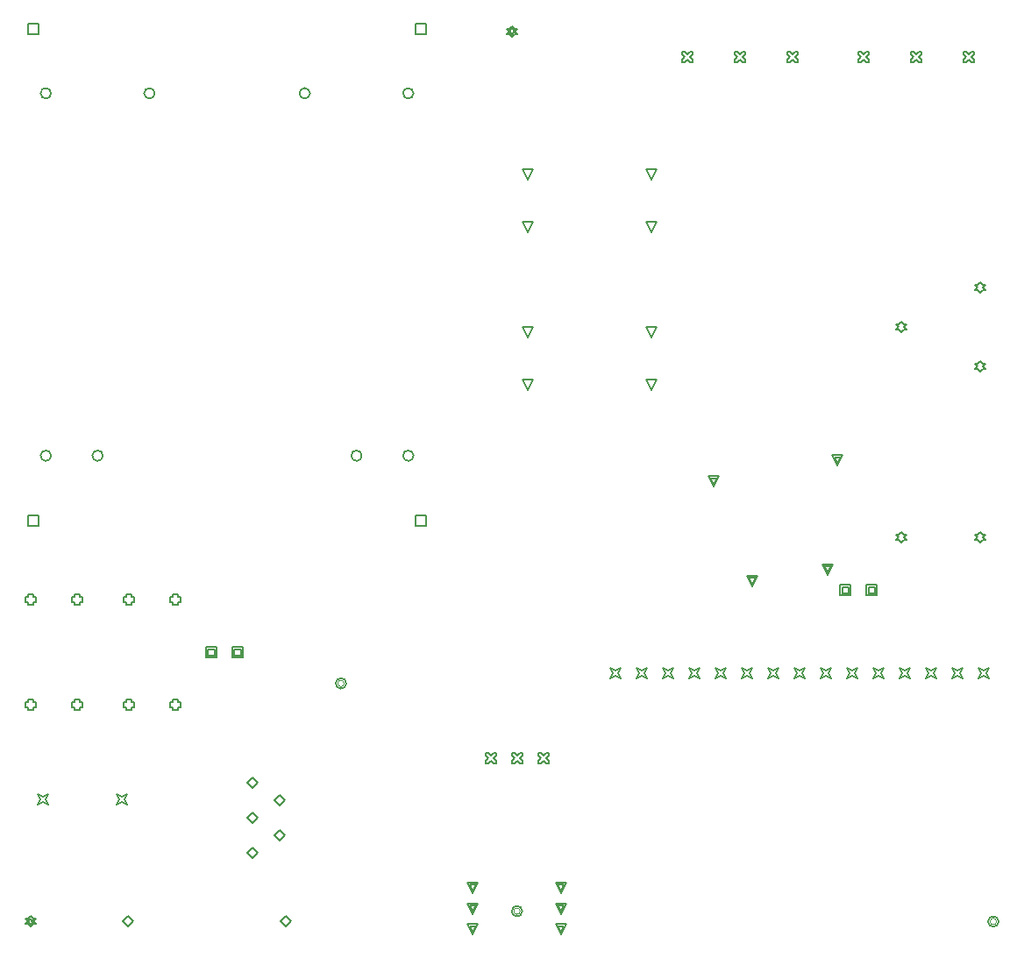
<source format=gbr>
%TF.GenerationSoftware,Altium Limited,Altium Designer,24.0.1 (36)*%
G04 Layer_Color=2752767*
%FSLAX45Y45*%
%MOMM*%
%TF.SameCoordinates,1548FFD4-C5F0-4C99-8D9D-CADF44B10A7D*%
%TF.FilePolarity,Positive*%
%TF.FileFunction,Drawing*%
%TF.Part,Single*%
G01*
G75*
%TA.AperFunction,NonConductor*%
%ADD47C,0.12700*%
%ADD104C,0.16933*%
%ADD105C,0.10160*%
D47*
X2047200Y2899200D02*
Y3000800D01*
X2148800D01*
Y2899200D01*
X2047200D01*
X2067520Y2919520D02*
Y2980480D01*
X2128480D01*
Y2919520D01*
X2067520D01*
X2301200Y2899200D02*
Y3000800D01*
X2402800D01*
Y2899200D01*
X2301200D01*
X2321520Y2919520D02*
Y2980480D01*
X2382480D01*
Y2919520D01*
X2321520D01*
X2449200Y1010000D02*
X2500000Y1060800D01*
X2550800Y1010000D01*
X2500000Y959200D01*
X2449200Y1010000D01*
X2709200Y1180000D02*
X2760000Y1230800D01*
X2810800Y1180000D01*
X2760000Y1129200D01*
X2709200Y1180000D01*
X2449200Y1350000D02*
X2500000Y1400800D01*
X2550800Y1350000D01*
X2500000Y1299200D01*
X2449200Y1350000D01*
X2709200Y1520000D02*
X2760000Y1570800D01*
X2810800Y1520000D01*
X2760000Y1469200D01*
X2709200Y1520000D01*
X2449200Y1690000D02*
X2500000Y1740800D01*
X2550800Y1690000D01*
X2500000Y1639200D01*
X2449200Y1690000D01*
X9505200Y2699200D02*
X9530600Y2750000D01*
X9505200Y2800800D01*
X9556000Y2775400D01*
X9606800Y2800800D01*
X9581400Y2750000D01*
X9606800Y2699200D01*
X9556000Y2724600D01*
X9505200Y2699200D01*
X9251200D02*
X9276600Y2750000D01*
X9251200Y2800800D01*
X9302000Y2775400D01*
X9352800Y2800800D01*
X9327400Y2750000D01*
X9352800Y2699200D01*
X9302000Y2724600D01*
X9251200Y2699200D01*
X7727200D02*
X7752600Y2750000D01*
X7727200Y2800800D01*
X7778000Y2775400D01*
X7828800Y2800800D01*
X7803400Y2750000D01*
X7828800Y2699200D01*
X7778000Y2724600D01*
X7727200Y2699200D01*
X7473200D02*
X7498600Y2750000D01*
X7473200Y2800800D01*
X7524000Y2775400D01*
X7574800Y2800800D01*
X7549400Y2750000D01*
X7574800Y2699200D01*
X7524000Y2724600D01*
X7473200Y2699200D01*
X7219200D02*
X7244600Y2750000D01*
X7219200Y2800800D01*
X7270000Y2775400D01*
X7320800Y2800800D01*
X7295400Y2750000D01*
X7320800Y2699200D01*
X7270000Y2724600D01*
X7219200Y2699200D01*
X6965200D02*
X6990600Y2750000D01*
X6965200Y2800800D01*
X7016000Y2775400D01*
X7066800Y2800800D01*
X7041400Y2750000D01*
X7066800Y2699200D01*
X7016000Y2724600D01*
X6965200Y2699200D01*
X5949200D02*
X5974600Y2750000D01*
X5949200Y2800800D01*
X6000000Y2775400D01*
X6050800Y2800800D01*
X6025400Y2750000D01*
X6050800Y2699200D01*
X6000000Y2724600D01*
X5949200Y2699200D01*
X6203200D02*
X6228600Y2750000D01*
X6203200Y2800800D01*
X6254000Y2775400D01*
X6304800Y2800800D01*
X6279400Y2750000D01*
X6304800Y2699200D01*
X6254000Y2724600D01*
X6203200Y2699200D01*
X6457200D02*
X6482600Y2750000D01*
X6457200Y2800800D01*
X6508000Y2775400D01*
X6558800Y2800800D01*
X6533400Y2750000D01*
X6558800Y2699200D01*
X6508000Y2724600D01*
X6457200Y2699200D01*
X6711200D02*
X6736600Y2750000D01*
X6711200Y2800800D01*
X6762000Y2775400D01*
X6812800Y2800800D01*
X6787400Y2750000D01*
X6812800Y2699200D01*
X6762000Y2724600D01*
X6711200Y2699200D01*
X7981200D02*
X8006600Y2750000D01*
X7981200Y2800800D01*
X8032000Y2775400D01*
X8082800Y2800800D01*
X8057400Y2750000D01*
X8082800Y2699200D01*
X8032000Y2724600D01*
X7981200Y2699200D01*
X8235200D02*
X8260600Y2750000D01*
X8235200Y2800800D01*
X8286000Y2775400D01*
X8336800Y2800800D01*
X8311400Y2750000D01*
X8336800Y2699200D01*
X8286000Y2724600D01*
X8235200Y2699200D01*
X8489200D02*
X8514600Y2750000D01*
X8489200Y2800800D01*
X8540000Y2775400D01*
X8590800Y2800800D01*
X8565400Y2750000D01*
X8590800Y2699200D01*
X8540000Y2724600D01*
X8489200Y2699200D01*
X8743200D02*
X8768600Y2750000D01*
X8743200Y2800800D01*
X8794000Y2775400D01*
X8844800Y2800800D01*
X8819400Y2750000D01*
X8844800Y2699200D01*
X8794000Y2724600D01*
X8743200Y2699200D01*
X8997200D02*
X9022600Y2750000D01*
X8997200Y2800800D01*
X9048000Y2775400D01*
X9098800Y2800800D01*
X9073400Y2750000D01*
X9098800Y2699200D01*
X9048000Y2724600D01*
X8997200Y2699200D01*
X8349200Y8649200D02*
X8374600D01*
X8400000Y8674600D01*
X8425400Y8649200D01*
X8450800D01*
Y8674600D01*
X8425400Y8700000D01*
X8450800Y8725400D01*
Y8750800D01*
X8425400D01*
X8400000Y8725400D01*
X8374600Y8750800D01*
X8349200D01*
Y8725400D01*
X8374600Y8700000D01*
X8349200Y8674600D01*
Y8649200D01*
X8857200D02*
X8882600D01*
X8908000Y8674600D01*
X8933400Y8649200D01*
X8958800D01*
Y8674600D01*
X8933400Y8700000D01*
X8958800Y8725400D01*
Y8750800D01*
X8933400D01*
X8908000Y8725400D01*
X8882600Y8750800D01*
X8857200D01*
Y8725400D01*
X8882600Y8700000D01*
X8857200Y8674600D01*
Y8649200D01*
X9365200D02*
X9390600D01*
X9416000Y8674600D01*
X9441400Y8649200D01*
X9466800D01*
Y8674600D01*
X9441400Y8700000D01*
X9466800Y8725400D01*
Y8750800D01*
X9441400D01*
X9416000Y8725400D01*
X9390600Y8750800D01*
X9365200D01*
Y8725400D01*
X9390600Y8700000D01*
X9365200Y8674600D01*
Y8649200D01*
X5000000Y8899200D02*
X5025400Y8924600D01*
X5050800D01*
X5025400Y8950000D01*
X5050800Y8975400D01*
X5025400D01*
X5000000Y9000800D01*
X4974600Y8975400D01*
X4949200D01*
X4974600Y8950000D01*
X4949200Y8924600D01*
X4974600D01*
X5000000Y8899200D01*
Y8919520D02*
X5015240Y8934760D01*
X5030480D01*
X5015240Y8950000D01*
X5030480Y8965240D01*
X5015240D01*
X5000000Y8980480D01*
X4984760Y8965240D01*
X4969520D01*
X4984760Y8950000D01*
X4969520Y8934760D01*
X4984760D01*
X5000000Y8919520D01*
X350000Y299200D02*
X375400Y324600D01*
X400800D01*
X375400Y350000D01*
X400800Y375400D01*
X375400D01*
X350000Y400800D01*
X324600Y375400D01*
X299200D01*
X324600Y350000D01*
X299200Y324600D01*
X324600D01*
X350000Y299200D01*
Y319520D02*
X365240Y334760D01*
X380480D01*
X365240Y350000D01*
X380480Y365240D01*
X365240D01*
X350000Y380480D01*
X334760Y365240D01*
X319520D01*
X334760Y350000D01*
X319520Y334760D01*
X334760D01*
X350000Y319520D01*
X6350800Y5483500D02*
X6300000Y5585100D01*
X6401600D01*
X6350800Y5483500D01*
Y5991500D02*
X6300000Y6093100D01*
X6401600D01*
X6350800Y5991500D01*
Y7007500D02*
X6300000Y7109100D01*
X6401600D01*
X6350800Y7007500D01*
Y7515500D02*
X6300000Y7617100D01*
X6401600D01*
X6350800Y7515500D01*
X5150800Y5483500D02*
X5100000Y5585100D01*
X5201600D01*
X5150800Y5483500D01*
Y5991500D02*
X5100000Y6093100D01*
X5201600D01*
X5150800Y5991500D01*
Y7007500D02*
X5100000Y7109100D01*
X5201600D01*
X5150800Y7007500D01*
Y7515500D02*
X5100000Y7617100D01*
X5201600D01*
X5150800Y7515500D01*
X6641200Y8649200D02*
X6666600D01*
X6692000Y8674600D01*
X6717400Y8649200D01*
X6742800D01*
Y8674600D01*
X6717400Y8700000D01*
X6742800Y8725400D01*
Y8750800D01*
X6717400D01*
X6692000Y8725400D01*
X6666600Y8750800D01*
X6641200D01*
Y8725400D01*
X6666600Y8700000D01*
X6641200Y8674600D01*
Y8649200D01*
X7149200D02*
X7174600D01*
X7200000Y8674600D01*
X7225400Y8649200D01*
X7250800D01*
Y8674600D01*
X7225400Y8700000D01*
X7250800Y8725400D01*
Y8750800D01*
X7225400D01*
X7200000Y8725400D01*
X7174600Y8750800D01*
X7149200D01*
Y8725400D01*
X7174600Y8700000D01*
X7149200Y8674600D01*
Y8649200D01*
X7657200D02*
X7682600D01*
X7708000Y8674600D01*
X7733400Y8649200D01*
X7758800D01*
Y8674600D01*
X7733400Y8700000D01*
X7758800Y8725400D01*
Y8750800D01*
X7733400D01*
X7708000Y8725400D01*
X7682600Y8750800D01*
X7657200D01*
Y8725400D01*
X7682600Y8700000D01*
X7657200Y8674600D01*
Y8649200D01*
X4074200Y4174200D02*
Y4275800D01*
X4175800D01*
Y4174200D01*
X4074200D01*
X324200D02*
Y4275800D01*
X425800D01*
Y4174200D01*
X324200D01*
Y8924200D02*
Y9025800D01*
X425800D01*
Y8924200D01*
X324200D01*
X4074200D02*
Y9025800D01*
X4175800D01*
Y8924200D01*
X4074200D01*
X9525000Y6426200D02*
X9550400Y6451600D01*
X9575800D01*
X9550400Y6477000D01*
X9575800Y6502400D01*
X9550400D01*
X9525000Y6527800D01*
X9499600Y6502400D01*
X9474200D01*
X9499600Y6477000D01*
X9474200Y6451600D01*
X9499600D01*
X9525000Y6426200D01*
Y5664200D02*
X9550400Y5689600D01*
X9575800D01*
X9550400Y5715000D01*
X9575800Y5740400D01*
X9550400D01*
X9525000Y5765800D01*
X9499600Y5740400D01*
X9474200D01*
X9499600Y5715000D01*
X9474200Y5689600D01*
X9499600D01*
X9525000Y5664200D01*
X8763000Y6045200D02*
X8788400Y6070600D01*
X8813800D01*
X8788400Y6096000D01*
X8813800Y6121400D01*
X8788400D01*
X8763000Y6146800D01*
X8737600Y6121400D01*
X8712200D01*
X8737600Y6096000D01*
X8712200Y6070600D01*
X8737600D01*
X8763000Y6045200D01*
X9525000Y4013200D02*
X9550400Y4038600D01*
X9575800D01*
X9550400Y4064000D01*
X9575800Y4089400D01*
X9550400D01*
X9525000Y4114800D01*
X9499600Y4089400D01*
X9474200D01*
X9499600Y4064000D01*
X9474200Y4038600D01*
X9499600D01*
X9525000Y4013200D01*
X8763000D02*
X8788400Y4038600D01*
X8813800D01*
X8788400Y4064000D01*
X8813800Y4089400D01*
X8788400D01*
X8763000Y4114800D01*
X8737600Y4089400D01*
X8712200D01*
X8737600Y4064000D01*
X8712200Y4038600D01*
X8737600D01*
X8763000Y4013200D01*
X5253200Y1880866D02*
X5278600D01*
X5304000Y1906266D01*
X5329400Y1880866D01*
X5354800D01*
Y1906266D01*
X5329400Y1931666D01*
X5354800Y1957066D01*
Y1982466D01*
X5329400D01*
X5304000Y1957066D01*
X5278600Y1982466D01*
X5253200D01*
Y1957066D01*
X5278600Y1931666D01*
X5253200Y1906266D01*
Y1880866D01*
X4999200Y1880900D02*
X5024600D01*
X5050000Y1906300D01*
X5075400Y1880900D01*
X5100800D01*
Y1906300D01*
X5075400Y1931700D01*
X5100800Y1957100D01*
Y1982500D01*
X5075400D01*
X5050000Y1957100D01*
X5024600Y1982500D01*
X4999200D01*
Y1957100D01*
X5024600Y1931700D01*
X4999200Y1906300D01*
Y1880900D01*
X4745200D02*
X4770600D01*
X4796000Y1906300D01*
X4821400Y1880900D01*
X4846800D01*
Y1906300D01*
X4821400Y1931700D01*
X4846800Y1957100D01*
Y1982500D01*
X4821400D01*
X4796000Y1957100D01*
X4770600Y1982500D01*
X4745200D01*
Y1957100D01*
X4770600Y1931700D01*
X4745200Y1906300D01*
Y1880900D01*
X8172200Y3499200D02*
Y3600800D01*
X8273800D01*
Y3499200D01*
X8172200D01*
X8192520Y3519520D02*
Y3580480D01*
X8253480D01*
Y3519520D01*
X8192520D01*
X8426200Y3499200D02*
Y3600800D01*
X8527800D01*
Y3499200D01*
X8426200D01*
X8446520Y3519520D02*
Y3580480D01*
X8507480D01*
Y3519520D01*
X8446520D01*
X1274600Y2416600D02*
Y2391200D01*
X1325400D01*
Y2416600D01*
X1350800D01*
Y2467400D01*
X1325400D01*
Y2492800D01*
X1274600D01*
Y2467400D01*
X1249200D01*
Y2416600D01*
X1274600D01*
Y3432600D02*
Y3407200D01*
X1325400D01*
Y3432600D01*
X1350800D01*
Y3483400D01*
X1325400D01*
Y3508800D01*
X1274600D01*
Y3483400D01*
X1249200D01*
Y3432600D01*
X1274600D01*
X1180200Y1478415D02*
X1205600Y1529215D01*
X1180200Y1580015D01*
X1231000Y1554615D01*
X1281800Y1580015D01*
X1256400Y1529215D01*
X1281800Y1478415D01*
X1231000Y1503815D01*
X1180200Y1478415D01*
X418200D02*
X443600Y1529215D01*
X418200Y1580015D01*
X469000Y1554615D01*
X519800Y1580015D01*
X494400Y1529215D01*
X519800Y1478415D01*
X469000Y1503815D01*
X418200Y1478415D01*
X774600Y2416600D02*
Y2391200D01*
X825400D01*
Y2416600D01*
X850800D01*
Y2467400D01*
X825400D01*
Y2492800D01*
X774600D01*
Y2467400D01*
X749200D01*
Y2416600D01*
X774600D01*
Y3432600D02*
Y3407200D01*
X825400D01*
Y3432600D01*
X850800D01*
Y3483400D01*
X825400D01*
Y3508800D01*
X774600D01*
Y3483400D01*
X749200D01*
Y3432600D01*
X774600D01*
X324600Y2416600D02*
Y2391200D01*
X375400D01*
Y2416600D01*
X400800D01*
Y2467400D01*
X375400D01*
Y2492800D01*
X324600D01*
Y2467400D01*
X299200D01*
Y2416600D01*
X324600D01*
Y3432600D02*
Y3407200D01*
X375400D01*
Y3432600D01*
X400800D01*
Y3483400D01*
X375400D01*
Y3508800D01*
X324600D01*
Y3483400D01*
X299200D01*
Y3432600D01*
X324600D01*
X1724600D02*
Y3407200D01*
X1775400D01*
Y3432600D01*
X1800800D01*
Y3483400D01*
X1775400D01*
Y3508800D01*
X1724600D01*
Y3483400D01*
X1699200D01*
Y3432600D01*
X1724600D01*
Y2416600D02*
Y2391200D01*
X1775400D01*
Y2416600D01*
X1800800D01*
Y2467400D01*
X1775400D01*
Y2492800D01*
X1724600D01*
Y2467400D01*
X1699200D01*
Y2416600D01*
X1724600D01*
X1246914Y350000D02*
X1297714Y400800D01*
X1348514Y350000D01*
X1297714Y299200D01*
X1246914Y350000D01*
X2770914D02*
X2821714Y400800D01*
X2872514Y350000D01*
X2821714Y299200D01*
X2770914Y350000D01*
X4625000Y224200D02*
X4574200Y325800D01*
X4675800D01*
X4625000Y224200D01*
Y244520D02*
X4594520Y305480D01*
X4655480D01*
X4625000Y244520D01*
Y424200D02*
X4574200Y525800D01*
X4675800D01*
X4625000Y424200D01*
Y444520D02*
X4594520Y505480D01*
X4655480D01*
X4625000Y444520D01*
Y624200D02*
X4574200Y725800D01*
X4675800D01*
X4625000Y624200D01*
Y644520D02*
X4594520Y705480D01*
X4655480D01*
X4625000Y644520D01*
X5475000Y624200D02*
X5424200Y725800D01*
X5525800D01*
X5475000Y624200D01*
Y644520D02*
X5444520Y705480D01*
X5505480D01*
X5475000Y644520D01*
Y424200D02*
X5424200Y525800D01*
X5525800D01*
X5475000Y424200D01*
Y444520D02*
X5444520Y505480D01*
X5505480D01*
X5475000Y444520D01*
Y224200D02*
X5424200Y325800D01*
X5525800D01*
X5475000Y224200D01*
Y244520D02*
X5444520Y305480D01*
X5505480D01*
X5475000Y244520D01*
X7321400Y3588100D02*
X7270600Y3689700D01*
X7372200D01*
X7321400Y3588100D01*
Y3608420D02*
X7290920Y3669380D01*
X7351880D01*
X7321400Y3608420D01*
X8050000Y3699200D02*
X7999200Y3800800D01*
X8100800D01*
X8050000Y3699200D01*
Y3719520D02*
X8019520Y3780480D01*
X8080480D01*
X8050000Y3719520D01*
X6950000Y4549200D02*
X6899200Y4650800D01*
X7000800D01*
X6950000Y4549200D01*
Y4569520D02*
X6919520Y4630480D01*
X6980480D01*
X6950000Y4569520D01*
X8145550Y4754200D02*
X8094750Y4855800D01*
X8196350D01*
X8145550Y4754200D01*
Y4774520D02*
X8115070Y4835480D01*
X8176030D01*
X8145550Y4774520D01*
D104*
X9700800Y350000D02*
G03*
X9700800Y350000I-50800J0D01*
G01*
X3400800Y2650000D02*
G03*
X3400800Y2650000I-50800J0D01*
G01*
X550800Y8350000D02*
G03*
X550800Y8350000I-50800J0D01*
G01*
X4050800D02*
G03*
X4050800Y8350000I-50800J0D01*
G01*
X1550800D02*
G03*
X1550800Y8350000I-50800J0D01*
G01*
X3050800D02*
G03*
X3050800Y8350000I-50800J0D01*
G01*
X550800Y4850000D02*
G03*
X550800Y4850000I-50800J0D01*
G01*
X4050800D02*
G03*
X4050800Y4850000I-50800J0D01*
G01*
X3550800D02*
G03*
X3550800Y4850000I-50800J0D01*
G01*
X1050800D02*
G03*
X1050800Y4850000I-50800J0D01*
G01*
X5100800Y450000D02*
G03*
X5100800Y450000I-50800J0D01*
G01*
D105*
X9680480Y350000D02*
G03*
X9680480Y350000I-30480J0D01*
G01*
X3380480Y2650000D02*
G03*
X3380480Y2650000I-30480J0D01*
G01*
X5080480Y450000D02*
G03*
X5080480Y450000I-30480J0D01*
G01*
%TF.MD5,96716c180174d7ebcd3902e1b242d01c*%
M02*

</source>
